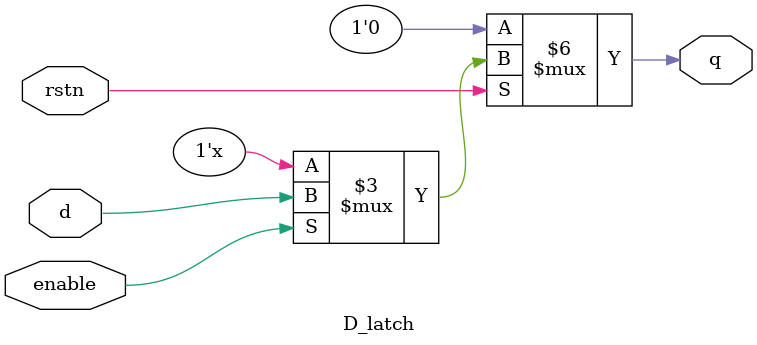
<source format=v>
module D_latch(input d,
					input enable,
					input rstn,
					output reg q);
					
		always @(enable or rstn or d )
		begin
			if(!rstn)
				q<=0;
			else
				if(enable)
					q<=d;
		end
					
					
endmodule
</source>
